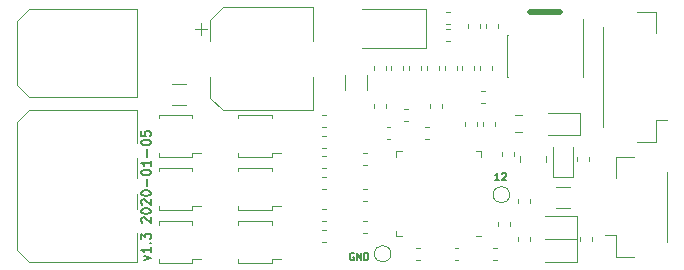
<source format=gbr>
G04 #@! TF.GenerationSoftware,KiCad,Pcbnew,(5.1.5-0-10_14)*
G04 #@! TF.CreationDate,2020-01-05T04:53:59-08:00*
G04 #@! TF.ProjectId,Grits,47726974-732e-46b6-9963-61645f706362,v1.3a*
G04 #@! TF.SameCoordinates,Original*
G04 #@! TF.FileFunction,Legend,Top*
G04 #@! TF.FilePolarity,Positive*
%FSLAX46Y46*%
G04 Gerber Fmt 4.6, Leading zero omitted, Abs format (unit mm)*
G04 Created by KiCad (PCBNEW (5.1.5-0-10_14)) date 2020-01-05 04:53:59*
%MOMM*%
%LPD*%
G04 APERTURE LIST*
%ADD10C,0.150000*%
%ADD11C,0.500000*%
%ADD12C,0.120000*%
G04 APERTURE END LIST*
D10*
X146135714Y-108771428D02*
X145792857Y-108771428D01*
X145964285Y-108771428D02*
X145964285Y-108171428D01*
X145907142Y-108257142D01*
X145850000Y-108314285D01*
X145792857Y-108342857D01*
X146364285Y-108228571D02*
X146392857Y-108200000D01*
X146450000Y-108171428D01*
X146592857Y-108171428D01*
X146650000Y-108200000D01*
X146678571Y-108228571D01*
X146707142Y-108285714D01*
X146707142Y-108342857D01*
X146678571Y-108428571D01*
X146335714Y-108771428D01*
X146707142Y-108771428D01*
X133792857Y-114950000D02*
X133735714Y-114921428D01*
X133650000Y-114921428D01*
X133564285Y-114950000D01*
X133507142Y-115007142D01*
X133478571Y-115064285D01*
X133450000Y-115178571D01*
X133450000Y-115264285D01*
X133478571Y-115378571D01*
X133507142Y-115435714D01*
X133564285Y-115492857D01*
X133650000Y-115521428D01*
X133707142Y-115521428D01*
X133792857Y-115492857D01*
X133821428Y-115464285D01*
X133821428Y-115264285D01*
X133707142Y-115264285D01*
X134078571Y-115521428D02*
X134078571Y-114921428D01*
X134421428Y-115521428D01*
X134421428Y-114921428D01*
X134707142Y-115521428D02*
X134707142Y-114921428D01*
X134850000Y-114921428D01*
X134935714Y-114950000D01*
X134992857Y-115007142D01*
X135021428Y-115064285D01*
X135050000Y-115178571D01*
X135050000Y-115264285D01*
X135021428Y-115378571D01*
X134992857Y-115435714D01*
X134935714Y-115492857D01*
X134850000Y-115521428D01*
X134707142Y-115521428D01*
X116078571Y-115538214D02*
X116611904Y-115347738D01*
X116078571Y-115157261D01*
X116611904Y-114433452D02*
X116611904Y-114890595D01*
X116611904Y-114662023D02*
X115811904Y-114662023D01*
X115926190Y-114738214D01*
X116002380Y-114814404D01*
X116040476Y-114890595D01*
X116535714Y-114090595D02*
X116573809Y-114052500D01*
X116611904Y-114090595D01*
X116573809Y-114128690D01*
X116535714Y-114090595D01*
X116611904Y-114090595D01*
X115811904Y-113785833D02*
X115811904Y-113290595D01*
X116116666Y-113557261D01*
X116116666Y-113442976D01*
X116154761Y-113366785D01*
X116192857Y-113328690D01*
X116269047Y-113290595D01*
X116459523Y-113290595D01*
X116535714Y-113328690D01*
X116573809Y-113366785D01*
X116611904Y-113442976D01*
X116611904Y-113671547D01*
X116573809Y-113747738D01*
X116535714Y-113785833D01*
X115888095Y-112376309D02*
X115850000Y-112338214D01*
X115811904Y-112262023D01*
X115811904Y-112071547D01*
X115850000Y-111995357D01*
X115888095Y-111957261D01*
X115964285Y-111919166D01*
X116040476Y-111919166D01*
X116154761Y-111957261D01*
X116611904Y-112414404D01*
X116611904Y-111919166D01*
X115811904Y-111423928D02*
X115811904Y-111347738D01*
X115850000Y-111271547D01*
X115888095Y-111233452D01*
X115964285Y-111195357D01*
X116116666Y-111157261D01*
X116307142Y-111157261D01*
X116459523Y-111195357D01*
X116535714Y-111233452D01*
X116573809Y-111271547D01*
X116611904Y-111347738D01*
X116611904Y-111423928D01*
X116573809Y-111500119D01*
X116535714Y-111538214D01*
X116459523Y-111576309D01*
X116307142Y-111614404D01*
X116116666Y-111614404D01*
X115964285Y-111576309D01*
X115888095Y-111538214D01*
X115850000Y-111500119D01*
X115811904Y-111423928D01*
X115888095Y-110852500D02*
X115850000Y-110814404D01*
X115811904Y-110738214D01*
X115811904Y-110547738D01*
X115850000Y-110471547D01*
X115888095Y-110433452D01*
X115964285Y-110395357D01*
X116040476Y-110395357D01*
X116154761Y-110433452D01*
X116611904Y-110890595D01*
X116611904Y-110395357D01*
X115811904Y-109900119D02*
X115811904Y-109823928D01*
X115850000Y-109747738D01*
X115888095Y-109709642D01*
X115964285Y-109671547D01*
X116116666Y-109633452D01*
X116307142Y-109633452D01*
X116459523Y-109671547D01*
X116535714Y-109709642D01*
X116573809Y-109747738D01*
X116611904Y-109823928D01*
X116611904Y-109900119D01*
X116573809Y-109976309D01*
X116535714Y-110014404D01*
X116459523Y-110052500D01*
X116307142Y-110090595D01*
X116116666Y-110090595D01*
X115964285Y-110052500D01*
X115888095Y-110014404D01*
X115850000Y-109976309D01*
X115811904Y-109900119D01*
X116307142Y-109290595D02*
X116307142Y-108681071D01*
X115811904Y-108147738D02*
X115811904Y-108071547D01*
X115850000Y-107995357D01*
X115888095Y-107957261D01*
X115964285Y-107919166D01*
X116116666Y-107881071D01*
X116307142Y-107881071D01*
X116459523Y-107919166D01*
X116535714Y-107957261D01*
X116573809Y-107995357D01*
X116611904Y-108071547D01*
X116611904Y-108147738D01*
X116573809Y-108223928D01*
X116535714Y-108262023D01*
X116459523Y-108300119D01*
X116307142Y-108338214D01*
X116116666Y-108338214D01*
X115964285Y-108300119D01*
X115888095Y-108262023D01*
X115850000Y-108223928D01*
X115811904Y-108147738D01*
X116611904Y-107119166D02*
X116611904Y-107576309D01*
X116611904Y-107347738D02*
X115811904Y-107347738D01*
X115926190Y-107423928D01*
X116002380Y-107500119D01*
X116040476Y-107576309D01*
X116307142Y-106776309D02*
X116307142Y-106166785D01*
X115811904Y-105633452D02*
X115811904Y-105557261D01*
X115850000Y-105481071D01*
X115888095Y-105442976D01*
X115964285Y-105404880D01*
X116116666Y-105366785D01*
X116307142Y-105366785D01*
X116459523Y-105404880D01*
X116535714Y-105442976D01*
X116573809Y-105481071D01*
X116611904Y-105557261D01*
X116611904Y-105633452D01*
X116573809Y-105709642D01*
X116535714Y-105747738D01*
X116459523Y-105785833D01*
X116307142Y-105823928D01*
X116116666Y-105823928D01*
X115964285Y-105785833D01*
X115888095Y-105747738D01*
X115850000Y-105709642D01*
X115811904Y-105633452D01*
X115811904Y-104642976D02*
X115811904Y-105023928D01*
X116192857Y-105062023D01*
X116154761Y-105023928D01*
X116116666Y-104947738D01*
X116116666Y-104757261D01*
X116154761Y-104681071D01*
X116192857Y-104642976D01*
X116269047Y-104604880D01*
X116459523Y-104604880D01*
X116535714Y-104642976D01*
X116573809Y-104681071D01*
X116611904Y-104757261D01*
X116611904Y-104947738D01*
X116573809Y-105023928D01*
X116535714Y-105062023D01*
D11*
X148750000Y-94500000D02*
X151250000Y-94500000D01*
D12*
X134587221Y-112240000D02*
X134912779Y-112240000D01*
X134587221Y-113260000D02*
X134912779Y-113260000D01*
X131087221Y-108490000D02*
X131412779Y-108490000D01*
X131087221Y-109510000D02*
X131412779Y-109510000D01*
X150650000Y-108500000D02*
X150650000Y-105950000D01*
X152350000Y-108500000D02*
X152350000Y-105950000D01*
X150650000Y-108500000D02*
X152350000Y-108500000D01*
X136950000Y-115000000D02*
G75*
G03X136950000Y-115000000I-700000J0D01*
G01*
X152740000Y-106837221D02*
X152740000Y-107162779D01*
X153760000Y-106837221D02*
X153760000Y-107162779D01*
X152935000Y-103040000D02*
X150250000Y-103040000D01*
X152935000Y-104960000D02*
X152935000Y-103040000D01*
X150250000Y-104960000D02*
X152935000Y-104960000D01*
X160310000Y-113965000D02*
X160310000Y-108035000D01*
X156040000Y-106765000D02*
X156040000Y-108565000D01*
X157490000Y-106765000D02*
X156040000Y-106765000D01*
X156040000Y-113435000D02*
X155050000Y-113435000D01*
X156040000Y-115235000D02*
X156040000Y-113435000D01*
X157490000Y-115235000D02*
X156040000Y-115235000D01*
X144135000Y-113510000D02*
X144610000Y-113510000D01*
X137390000Y-106290000D02*
X137390000Y-106765000D01*
X137865000Y-106290000D02*
X137390000Y-106290000D01*
X144610000Y-106290000D02*
X144610000Y-106765000D01*
X144135000Y-106290000D02*
X144610000Y-106290000D01*
X137390000Y-113510000D02*
X137390000Y-113035000D01*
X137865000Y-113510000D02*
X137390000Y-113510000D01*
X146830000Y-100015000D02*
X146765000Y-100015000D01*
X146830000Y-96485000D02*
X146765000Y-96485000D01*
X153235000Y-100015000D02*
X153170000Y-100015000D01*
X153235000Y-96485000D02*
X153170000Y-96485000D01*
X153170000Y-95160000D02*
X153170000Y-96485000D01*
X146765000Y-96485000D02*
X146765000Y-100015000D01*
X153235000Y-96485000D02*
X153235000Y-100015000D01*
X127605000Y-106475000D02*
X126875000Y-106475000D01*
X126875000Y-106770000D02*
X126875000Y-106475000D01*
X124035000Y-106770000D02*
X126875000Y-106770000D01*
X124035000Y-106475000D02*
X124035000Y-106770000D01*
X124035000Y-103230000D02*
X124035000Y-103525000D01*
X126875000Y-103230000D02*
X124035000Y-103230000D01*
X126875000Y-103525000D02*
X126875000Y-103230000D01*
X120855000Y-106475000D02*
X120125000Y-106475000D01*
X120125000Y-106770000D02*
X120125000Y-106475000D01*
X117285000Y-106770000D02*
X120125000Y-106770000D01*
X117285000Y-106475000D02*
X117285000Y-106770000D01*
X117285000Y-103230000D02*
X117285000Y-103525000D01*
X120125000Y-103230000D02*
X117285000Y-103230000D01*
X120125000Y-103525000D02*
X120125000Y-103230000D01*
X127605000Y-110975000D02*
X126875000Y-110975000D01*
X126875000Y-111270000D02*
X126875000Y-110975000D01*
X124035000Y-111270000D02*
X126875000Y-111270000D01*
X124035000Y-110975000D02*
X124035000Y-111270000D01*
X124035000Y-107730000D02*
X124035000Y-108025000D01*
X126875000Y-107730000D02*
X124035000Y-107730000D01*
X126875000Y-108025000D02*
X126875000Y-107730000D01*
X120855000Y-110975000D02*
X120125000Y-110975000D01*
X120125000Y-111270000D02*
X120125000Y-110975000D01*
X117285000Y-111270000D02*
X120125000Y-111270000D01*
X117285000Y-110975000D02*
X117285000Y-111270000D01*
X117285000Y-107730000D02*
X117285000Y-108025000D01*
X120125000Y-107730000D02*
X117285000Y-107730000D01*
X120125000Y-108025000D02*
X120125000Y-107730000D01*
X127605000Y-115475000D02*
X126875000Y-115475000D01*
X126875000Y-115770000D02*
X126875000Y-115475000D01*
X124035000Y-115770000D02*
X126875000Y-115770000D01*
X124035000Y-115475000D02*
X124035000Y-115770000D01*
X124035000Y-112230000D02*
X124035000Y-112525000D01*
X126875000Y-112230000D02*
X124035000Y-112230000D01*
X126875000Y-112525000D02*
X126875000Y-112230000D01*
X120855000Y-115475000D02*
X120125000Y-115475000D01*
X120125000Y-115770000D02*
X120125000Y-115475000D01*
X117285000Y-115770000D02*
X120125000Y-115770000D01*
X117285000Y-115475000D02*
X117285000Y-115770000D01*
X117285000Y-112230000D02*
X117285000Y-112525000D01*
X120125000Y-112230000D02*
X117285000Y-112230000D01*
X120125000Y-112525000D02*
X120125000Y-112230000D01*
X147000000Y-110000000D02*
G75*
G03X147000000Y-110000000I-700000J0D01*
G01*
X136510000Y-102662779D02*
X136510000Y-102337221D01*
X135490000Y-102662779D02*
X135490000Y-102337221D01*
X144510000Y-95912779D02*
X144510000Y-95587221D01*
X143490000Y-95912779D02*
X143490000Y-95587221D01*
X131087221Y-104990000D02*
X131412779Y-104990000D01*
X131087221Y-106010000D02*
X131412779Y-106010000D01*
X131087221Y-112990000D02*
X131412779Y-112990000D01*
X131087221Y-114010000D02*
X131412779Y-114010000D01*
X131087221Y-103240000D02*
X131412779Y-103240000D01*
X131087221Y-104260000D02*
X131412779Y-104260000D01*
X131087221Y-106740000D02*
X131412779Y-106740000D01*
X131087221Y-107760000D02*
X131412779Y-107760000D01*
X131087221Y-111240000D02*
X131412779Y-111240000D01*
X131087221Y-112260000D02*
X131412779Y-112260000D01*
X144587221Y-102260000D02*
X144912779Y-102260000D01*
X144587221Y-101240000D02*
X144912779Y-101240000D01*
X143240000Y-103837221D02*
X143240000Y-104162779D01*
X144260000Y-103837221D02*
X144260000Y-104162779D01*
X144740000Y-103837221D02*
X144740000Y-104162779D01*
X145760000Y-103837221D02*
X145760000Y-104162779D01*
X140162779Y-104240000D02*
X139837221Y-104240000D01*
X140162779Y-105260000D02*
X139837221Y-105260000D01*
X148760000Y-113912779D02*
X148760000Y-113587221D01*
X147740000Y-113912779D02*
X147740000Y-113587221D01*
X145587221Y-115510000D02*
X145912779Y-115510000D01*
X145587221Y-114490000D02*
X145912779Y-114490000D01*
X141260000Y-102662779D02*
X141260000Y-102337221D01*
X140240000Y-102662779D02*
X140240000Y-102337221D01*
X134910000Y-101102064D02*
X134910000Y-99897936D01*
X133090000Y-101102064D02*
X133090000Y-99897936D01*
X138087221Y-103760000D02*
X138412779Y-103760000D01*
X138087221Y-102740000D02*
X138412779Y-102740000D01*
X138010000Y-99412779D02*
X138010000Y-99087221D01*
X136990000Y-99412779D02*
X136990000Y-99087221D01*
X141010000Y-99412779D02*
X141010000Y-99087221D01*
X139990000Y-99412779D02*
X139990000Y-99087221D01*
X144010000Y-99412779D02*
X144010000Y-99087221D01*
X142990000Y-99412779D02*
X142990000Y-99087221D01*
X141912779Y-95990000D02*
X141587221Y-95990000D01*
X141912779Y-97010000D02*
X141587221Y-97010000D01*
X138490000Y-99087221D02*
X138490000Y-99412779D01*
X139510000Y-99087221D02*
X139510000Y-99412779D01*
X141490000Y-99087221D02*
X141490000Y-99412779D01*
X142510000Y-99087221D02*
X142510000Y-99412779D01*
X144490000Y-99087221D02*
X144490000Y-99412779D01*
X145510000Y-99087221D02*
X145510000Y-99412779D01*
X141587221Y-95510000D02*
X141912779Y-95510000D01*
X141587221Y-94490000D02*
X141912779Y-94490000D01*
X150110000Y-107261252D02*
X150110000Y-106738748D01*
X147890000Y-107261252D02*
X147890000Y-106738748D01*
X115410000Y-108598233D02*
X115410000Y-106901767D01*
X115410000Y-111240000D02*
X115410000Y-109901767D01*
X115410000Y-102815000D02*
X115410000Y-105598233D01*
X115410000Y-115685000D02*
X115410000Y-113260000D01*
X106290000Y-102815000D02*
X115410000Y-102815000D01*
X105290000Y-103815000D02*
X106290000Y-102815000D01*
X105290000Y-114685000D02*
X105290000Y-103815000D01*
X106290000Y-115685000D02*
X105290000Y-114685000D01*
X115410000Y-115685000D02*
X106290000Y-115685000D01*
X115420000Y-94315000D02*
X115420000Y-101685000D01*
X106290000Y-94315000D02*
X115420000Y-94315000D01*
X105290000Y-95315000D02*
X106290000Y-94315000D01*
X105290000Y-100685000D02*
X105290000Y-95315000D01*
X106290000Y-101685000D02*
X105290000Y-100685000D01*
X115420000Y-101685000D02*
X106290000Y-101685000D01*
X154890000Y-104240000D02*
X154890000Y-95810000D01*
X159360000Y-94540000D02*
X159360000Y-96340000D01*
X157760000Y-94540000D02*
X159360000Y-94540000D01*
X159360000Y-103710000D02*
X160300000Y-103710000D01*
X159360000Y-105510000D02*
X159360000Y-103710000D01*
X157760000Y-105510000D02*
X159360000Y-105510000D01*
X135490000Y-99087221D02*
X135490000Y-99412779D01*
X136510000Y-99087221D02*
X136510000Y-99412779D01*
X139900000Y-97550000D02*
X134500000Y-97550000D01*
X139900000Y-94250000D02*
X134500000Y-94250000D01*
X139900000Y-97550000D02*
X139900000Y-94250000D01*
X152685000Y-111790000D02*
X150000000Y-111790000D01*
X152685000Y-113710000D02*
X152685000Y-111790000D01*
X150000000Y-113710000D02*
X152685000Y-113710000D01*
X152685000Y-113790000D02*
X150000000Y-113790000D01*
X152685000Y-115710000D02*
X152685000Y-113790000D01*
X150000000Y-115710000D02*
X152685000Y-115710000D01*
X147740000Y-110337221D02*
X147740000Y-110662779D01*
X148760000Y-110337221D02*
X148760000Y-110662779D01*
X150897936Y-111160000D02*
X152102064Y-111160000D01*
X150897936Y-109340000D02*
X152102064Y-109340000D01*
X120900000Y-95490000D02*
X120900000Y-96490000D01*
X120400000Y-95990000D02*
X121400000Y-95990000D01*
X121640000Y-101795563D02*
X122704437Y-102860000D01*
X121640000Y-95204437D02*
X122704437Y-94140000D01*
X121640000Y-95204437D02*
X121640000Y-96990000D01*
X121640000Y-101795563D02*
X121640000Y-100010000D01*
X122704437Y-102860000D02*
X130360000Y-102860000D01*
X122704437Y-94140000D02*
X130360000Y-94140000D01*
X130360000Y-94140000D02*
X130360000Y-96990000D01*
X130360000Y-102860000D02*
X130360000Y-100010000D01*
X118397936Y-102410000D02*
X119602064Y-102410000D01*
X118397936Y-100590000D02*
X119602064Y-100590000D01*
X136912779Y-104240000D02*
X136587221Y-104240000D01*
X136912779Y-105260000D02*
X136587221Y-105260000D01*
X134587221Y-106490000D02*
X134912779Y-106490000D01*
X134587221Y-107510000D02*
X134912779Y-107510000D01*
X134587221Y-109490000D02*
X134912779Y-109490000D01*
X134587221Y-110510000D02*
X134912779Y-110510000D01*
X145990000Y-112337221D02*
X145990000Y-112662779D01*
X147010000Y-112337221D02*
X147010000Y-112662779D01*
X144990000Y-95587221D02*
X144990000Y-95912779D01*
X146010000Y-95587221D02*
X146010000Y-95912779D01*
X154010000Y-113912779D02*
X154010000Y-113587221D01*
X152990000Y-113912779D02*
X152990000Y-113587221D01*
X142662779Y-114490000D02*
X142337221Y-114490000D01*
X142662779Y-115510000D02*
X142337221Y-115510000D01*
X147360000Y-106712779D02*
X147360000Y-106387221D01*
X146340000Y-106712779D02*
X146340000Y-106387221D01*
X148008578Y-103290000D02*
X147491422Y-103290000D01*
X148008578Y-104710000D02*
X147491422Y-104710000D01*
X139087221Y-115510000D02*
X139412779Y-115510000D01*
X139087221Y-114490000D02*
X139412779Y-114490000D01*
M02*

</source>
